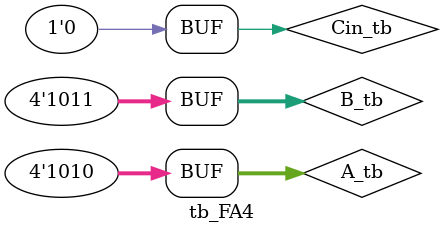
<source format=v>
`timescale 1ns / 1ps
module tb_FA4( );
    // Define input and output ports 
    reg [3:0] A_tb = 0;
    reg [3:0] B_tb = 0; 
    reg Cin_tb;
    wire [3:0] Sum_tb; 
    wire Cout_tb; 
    
    // Port Mapping 
    FA4 instant(.A(A_tb), .B(B_tb), .Cin(Cin_tb), .Sum(Sum_tb), .Cout(Cout_tb)); 
    
    initial 
        begin 
            // Test 1
            A_tb = 4'b0110;
            B_tb = 4'b0100;
            Cin_tb = 1'b0;
            #20; // Run for 20ns
            
            // Test 2 
            A_tb = 4'b1000;
            B_tb = 4'b1001;
            Cin_tb = 1'b1;
            #20; // Run for 20ns
            
            // Test 3
            A_tb = 4'b1110;
            B_tb = 4'b0010;
            Cin_tb = 1'b0;
            #20; // Run for 20ns
            
            // Test 4 
            A_tb = 4'b1010;
            B_tb = 4'b1011;
            Cin_tb = 1'b0;
            #20; // Run for 20ns
    end 
endmodule

</source>
